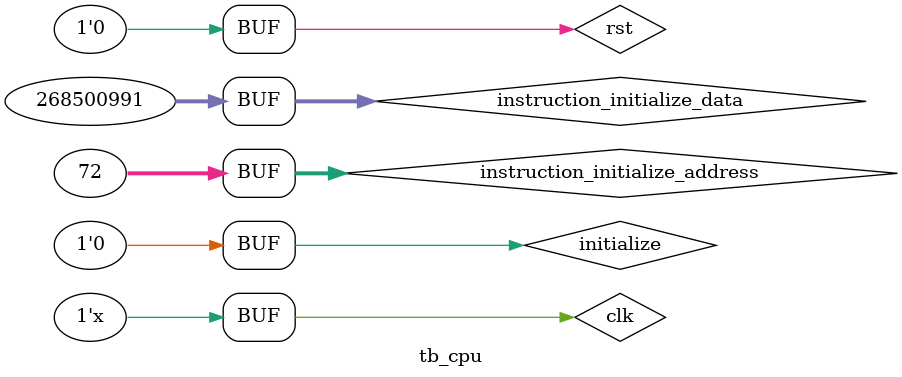
<source format=v>
`timescale 1ns / 1ns


module tb_cpu;

	// Inputs
	reg rst;
	reg clk;
	reg initialize;
	reg [31:0] instruction_initialize_data;
	reg [31:0] instruction_initialize_address;

	// Instantiate the Unit Under Test (UUT)
	cpu uut (
		.rst(rst), 
		.clk(clk), 
		.initialize(initialize), 
		.instruction_initialize_data(instruction_initialize_data), 
		.instruction_initialize_address(instruction_initialize_address)
	);

	initial begin
		// Initialize Inputs
		rst = 1;
		clk = 0;
		initialize = 1;
		instruction_initialize_data = 0;
		instruction_initialize_address = 0;

		#100;
		      
		instruction_initialize_address = 0;
		instruction_initialize_data = 32'b000000_00000_00010_00001_00000_10_0000;      // ADD R1, R0, R2
		#20;
		instruction_initialize_address = 4;
		instruction_initialize_data = 32'b000000_00100_00100_01000_00000_10_0010;      // SUB R8, R4, R4
		#20;
		instruction_initialize_address = 8;
		instruction_initialize_data = 32'b000000_00101_00110_00111_00000_10_0101;      // OR R7, R5, R6
		#20;
		instruction_initialize_address = 12;
		instruction_initialize_data = 32'b101011_00000_01001_00000_00000_00_1100;      // SW R9, 12(R0)
		#20;
		instruction_initialize_address = 16;
		instruction_initialize_data = 32'b100011_00000_01101_00000_00000_00_1100;      // LW R13, 12(R0) --> changed to store into R13 because wanted to make sure LW was working 
		#20
		
		instruction_initialize_address = 20;
		instruction_initialize_data = 32'b000000_00011_00001_00110_00000_10_0100;      // AND R6, R3, R1
	
		#20;
		
		instruction_initialize_address = 24;
		instruction_initialize_data = 32'b000000_00000_00010_00001_00000_10_0111;      // NOR R1, R0, R2 
		
		#20;
		
		instruction_initialize_address = 28;
		instruction_initialize_data = 32'b000000_00100_00100_01000_00000_10_1000;      // XOR R8, R4, R4
		
		
		#20;
		instruction_initialize_address = 32;
		instruction_initialize_data = 32'b000010_00000000000000000000001010;          // jump to address 40 
		
		#20 
		instruction_initialize_address = 40;
		instruction_initialize_data = 32'b000000_00010_00001_00001_00001_10_1010;          // SLT R1, R2, R1  (set R1 if R2 less than R1) 
		
		#20 
		instruction_initialize_address = 44;
		instruction_initialize_data = 32'b001000_00101_00010_0000000000001010;            // ADDI R2, R5, 10 
		
		#20 
		instruction_initialize_address = 48;
		instruction_initialize_data = 32'b001000_00101_00010_1000000000001010;            // ADDI R2, R5, (see if it sign extends) 
		
		#20 
		instruction_initialize_address = 52;
		instruction_initialize_data = 32'b001101_00001_01110_0000000000000011;            // ORI R14, R1, 3
		
		#20 
		instruction_initialize_address = 56;
		instruction_initialize_data = 32'b001101_00001_01110_1000000000000011;            // ORI R14, R1, (see if it 0 extends)
		
		#20 
		instruction_initialize_address = 60;
		instruction_initialize_data = 32'b001111_00000_01111_0000000000000001;            // LUI R15, 1 
		
		#20
		instruction_initialize_address = 64;
		instruction_initialize_data = 32'b000101_00001_00010_0000000000000001;            //BNE R1, R2, 1
		
		#20;
		instruction_initialize_address = 72;
		instruction_initialize_data = 32'b000100_00000_00000_11111_11111_11_1111;      // BEQ R0, R0, -1  --> must go last in tb because continuously 
		
		#20
		initialize = 0;
		rst = 0;
		
		
	end
      
always
#5 clk = ~clk;
endmodule


</source>
